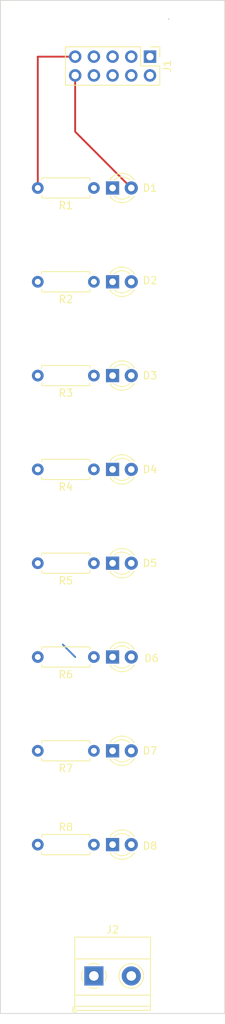
<source format=kicad_pcb>
(kicad_pcb (version 20221018) (generator pcbnew)
  (layers (0 "F.Cu" signal) (31 "B.Cu" signal) (34 "B.Paste" user) (35 "F.Paste" user) (36 "B.SilkS" user "B.Silkscreen") (37 "F.SilkS" user "F.Silkscreen") (38 "B.Mask" user) (39 "F.Mask" user) (44 "Edge.Cuts" user))
  (net 0 "")
  (net 1 "Net-(D1-K)")
  (net 2 "Net-(D2-K)")
  (net 3 "Net-(D3-K)")
  (net 4 "Net-(D4-K)")
  (net 5 "Net-(D5-K)")
  (net 6 "Net-(D6-K)")
  (net 7 "Net-(D7-K)")
  (net 8 "Net-(D8-K)")
  (net 10 "Net-(J1-Pin_9)")
  (net 11 "sw1")
  (net 12 "sw2")
  (net 13 "sw3")
  (net 14 "sw4")
  (net 15 "sw5")
  (net 16 "sw6")
  (net 17 "sw7")
  (net 18 "sw8")
  (footprint "LED_THT:LED_D3.0mm" (layer "F.Cu") (at 104.14 114.3)
    (fp_text reference "D5" (at 5.08 0) (layer "F.SilkS"))
    (fp_text value "LED")
    (fp_line (start -0.29 -1.236) (end -0.29 -1.08) (stroke (width 0.12)) (layer "F.SilkS"))
    (fp_line (start -0.29 1.08) (end -0.29 1.236) (stroke (width 0.12)) (layer "F.SilkS"))
    (fp_arc (start -0.29 -1.235516) (mid 1.366487 -1.987659) (end 2.942335 -1.078608) (stroke (width 0.12)) (layer "F.SilkS"))
    (fp_arc (start 0.229039 -1.08) (mid 1.270117 -1.5) (end 2.31113 -1.079837) (stroke (width 0.12)) (layer "F.SilkS"))
    (fp_arc (start 2.31113 1.079837) (mid 1.270117 1.5) (end 0.229039 1.08) (stroke (width 0.12)) (layer "F.SilkS"))
    (fp_arc (start 2.942335 1.078608) (mid 1.366487 1.987659) (end -0.29 1.235516) (stroke (width 0.12)) (layer "F.SilkS"))
    (pad "1" thru_hole rect (at 0 0) (size 1.8 1.8) (drill 0.9) (layers "*.Cu" "*.Mask") (net 5 "Net-(D5-K)"))
    (pad "2" thru_hole circle (at 2.54 0) (size 1.8 1.8) (drill 0.9) (layers "*.Cu" "*.Mask") (net 15 "sw5"))
  )
  (footprint "LED_THT:LED_D3.0mm" (layer "F.Cu") (at 104.14 76.2)
    (fp_text reference "D2" (at 5.08 -0.18) (layer "F.SilkS"))
    (fp_text value "LED")
    (fp_line (start -0.29 -1.236) (end -0.29 -1.08) (stroke (width 0.12)) (layer "F.SilkS"))
    (fp_line (start -0.29 1.08) (end -0.29 1.236) (stroke (width 0.12)) (layer "F.SilkS"))
    (fp_arc (start -0.29 -1.235516) (mid 1.366487 -1.987659) (end 2.942335 -1.078608) (stroke (width 0.12)) (layer "F.SilkS"))
    (fp_arc (start 0.229039 -1.08) (mid 1.270117 -1.5) (end 2.31113 -1.079837) (stroke (width 0.12)) (layer "F.SilkS"))
    (fp_arc (start 2.31113 1.079837) (mid 1.270117 1.5) (end 0.229039 1.08) (stroke (width 0.12)) (layer "F.SilkS"))
    (fp_arc (start 2.942335 1.078608) (mid 1.366487 1.987659) (end -0.29 1.235516) (stroke (width 0.12)) (layer "F.SilkS"))
    (pad "1" thru_hole rect (at 0 0) (size 1.8 1.8) (drill 0.9) (layers "*.Cu" "*.Mask") (net 2 "Net-(D2-K)"))
    (pad "2" thru_hole circle (at 2.54 0) (size 1.8 1.8) (drill 0.9) (layers "*.Cu" "*.Mask") (net 12 "sw2"))
  )
  (footprint "LED_THT:LED_D3.0mm" (layer "F.Cu") (at 104.14 101.6)
    (fp_text reference "D4" (at 5.08 0) (layer "F.SilkS"))
    (fp_text value "LED")
    (fp_line (start -0.29 -1.236) (end -0.29 -1.08) (stroke (width 0.12)) (layer "F.SilkS"))
    (fp_line (start -0.29 1.08) (end -0.29 1.236) (stroke (width 0.12)) (layer "F.SilkS"))
    (fp_arc (start -0.29 -1.235516) (mid 1.366487 -1.987659) (end 2.942335 -1.078608) (stroke (width 0.12)) (layer "F.SilkS"))
    (fp_arc (start 0.229039 -1.08) (mid 1.270117 -1.5) (end 2.31113 -1.079837) (stroke (width 0.12)) (layer "F.SilkS"))
    (fp_arc (start 2.31113 1.079837) (mid 1.270117 1.5) (end 0.229039 1.08) (stroke (width 0.12)) (layer "F.SilkS"))
    (fp_arc (start 2.942335 1.078608) (mid 1.366487 1.987659) (end -0.29 1.235516) (stroke (width 0.12)) (layer "F.SilkS"))
    (pad "1" thru_hole rect (at 0 0) (size 1.8 1.8) (drill 0.9) (layers "*.Cu" "*.Mask") (net 4 "Net-(D4-K)"))
    (pad "2" thru_hole circle (at 2.54 0) (size 1.8 1.8) (drill 0.9) (layers "*.Cu" "*.Mask") (net 14 "sw4"))
  )
  (footprint "LED_THT:LED_D3.0mm" (layer "F.Cu") (at 104.14 63.5)
    (fp_text reference "D1" (at 5.08 0) (layer "F.SilkS"))
    (fp_text value "LED")
    (fp_line (start -0.29 -1.236) (end -0.29 -1.08) (stroke (width 0.12)) (layer "F.SilkS"))
    (fp_line (start -0.29 1.08) (end -0.29 1.236) (stroke (width 0.12)) (layer "F.SilkS"))
    (fp_arc (start -0.29 -1.235516) (mid 1.366487 -1.987659) (end 2.942335 -1.078608) (stroke (width 0.12)) (layer "F.SilkS"))
    (fp_arc (start 0.229039 -1.08) (mid 1.270117 -1.5) (end 2.31113 -1.079837) (stroke (width 0.12)) (layer "F.SilkS"))
    (fp_arc (start 2.31113 1.079837) (mid 1.270117 1.5) (end 0.229039 1.08) (stroke (width 0.12)) (layer "F.SilkS"))
    (fp_arc (start 2.942335 1.078608) (mid 1.366487 1.987659) (end -0.29 1.235516) (stroke (width 0.12)) (layer "F.SilkS"))
    (pad "1" thru_hole rect (at 0 0) (size 1.8 1.8) (drill 0.9) (layers "*.Cu" "*.Mask") (net 1 "Net-(D1-K)"))
    (pad "2" thru_hole circle (at 2.54 0) (size 1.8 1.8) (drill 0.9) (layers "*.Cu" "*.Mask") (net 11 "sw1"))
  )
  (footprint "LED_THT:LED_D3.0mm" (layer "F.Cu") (at 104.14 152.4)
    (fp_text reference "D8" (at 5.08 0.18) (layer "F.SilkS"))
    (fp_text value "LED")
    (fp_line (start -0.29 -1.236) (end -0.29 -1.08) (stroke (width 0.12)) (layer "F.SilkS"))
    (fp_line (start -0.29 1.08) (end -0.29 1.236) (stroke (width 0.12)) (layer "F.SilkS"))
    (fp_arc (start -0.29 -1.235516) (mid 1.366487 -1.987659) (end 2.942335 -1.078608) (stroke (width 0.12)) (layer "F.SilkS"))
    (fp_arc (start 0.229039 -1.08) (mid 1.270117 -1.5) (end 2.31113 -1.079837) (stroke (width 0.12)) (layer "F.SilkS"))
    (fp_arc (start 2.31113 1.079837) (mid 1.270117 1.5) (end 0.229039 1.08) (stroke (width 0.12)) (layer "F.SilkS"))
    (fp_arc (start 2.942335 1.078608) (mid 1.366487 1.987659) (end -0.29 1.235516) (stroke (width 0.12)) (layer "F.SilkS"))
    (pad "1" thru_hole rect (at 0 0) (size 1.8 1.8) (drill 0.9) (layers "*.Cu" "*.Mask") (net 8 "Net-(D8-K)"))
    (pad "2" thru_hole circle (at 2.54 0) (size 1.8 1.8) (drill 0.9) (layers "*.Cu" "*.Mask") (net 18 "sw8"))
  )
  (footprint "Resistor_THT:R_Axial_DIN0207_L6.3mm_D2.5mm_P7.62mm_Horizontal" (layer "F.Cu") (at 101.6 76.2 180)
    (fp_text reference "R2" (at 3.81 -2.37) (layer "F.SilkS"))
    (fp_text value "5k5")
    (fp_line (start 0.54 -1.37) (end 7.08 -1.37) (stroke (width 0.12)) (layer "F.SilkS"))
    (fp_line (start 0.54 -1.04) (end 0.54 -1.37) (stroke (width 0.12)) (layer "F.SilkS"))
    (fp_line (start 0.54 1.04) (end 0.54 1.37) (stroke (width 0.12)) (layer "F.SilkS"))
    (fp_line (start 0.54 1.37) (end 7.08 1.37) (stroke (width 0.12)) (layer "F.SilkS"))
    (fp_line (start 7.08 -1.37) (end 7.08 -1.04) (stroke (width 0.12)) (layer "F.SilkS"))
    (fp_line (start 7.08 1.37) (end 7.08 1.04) (stroke (width 0.12)) (layer "F.SilkS"))
    (pad "1" thru_hole circle (at 0 0 180) (size 1.6 1.6) (drill 0.8) (layers "*.Cu" "*.Mask") (net 2 "Net-(D2-K)"))
    (pad "2" thru_hole oval (at 7.62 0 180) (size 1.6 1.6) (drill 0.8) (layers "*.Cu" "*.Mask") (net 10 "Net-(J1-Pin_9)"))
  )
  (footprint "Resistor_THT:R_Axial_DIN0207_L6.3mm_D2.5mm_P7.62mm_Horizontal" (layer "F.Cu") (at 101.6 139.7 180)
    (fp_text reference "R7" (at 3.81 -2.37) (layer "F.SilkS"))
    (fp_text value "5k5")
    (fp_line (start 0.54 -1.37) (end 7.08 -1.37) (stroke (width 0.12)) (layer "F.SilkS"))
    (fp_line (start 0.54 -1.04) (end 0.54 -1.37) (stroke (width 0.12)) (layer "F.SilkS"))
    (fp_line (start 0.54 1.04) (end 0.54 1.37) (stroke (width 0.12)) (layer "F.SilkS"))
    (fp_line (start 0.54 1.37) (end 7.08 1.37) (stroke (width 0.12)) (layer "F.SilkS"))
    (fp_line (start 7.08 -1.37) (end 7.08 -1.04) (stroke (width 0.12)) (layer "F.SilkS"))
    (fp_line (start 7.08 1.37) (end 7.08 1.04) (stroke (width 0.12)) (layer "F.SilkS"))
    (pad "1" thru_hole circle (at 0 0 180) (size 1.6 1.6) (drill 0.8) (layers "*.Cu" "*.Mask") (net 7 "Net-(D7-K)"))
    (pad "2" thru_hole oval (at 7.62 0 180) (size 1.6 1.6) (drill 0.8) (layers "*.Cu" "*.Mask") (net 10 "Net-(J1-Pin_9)"))
  )
  (footprint "LED_THT:LED_D3.0mm" (layer "F.Cu") (at 104.14 88.9)
    (fp_text reference "D3" (at 5.08 0) (layer "F.SilkS"))
    (fp_text value "LED")
    (fp_line (start -0.29 -1.236) (end -0.29 -1.08) (stroke (width 0.12)) (layer "F.SilkS"))
    (fp_line (start -0.29 1.08) (end -0.29 1.236) (stroke (width 0.12)) (layer "F.SilkS"))
    (fp_arc (start -0.29 -1.235516) (mid 1.366487 -1.987659) (end 2.942335 -1.078608) (stroke (width 0.12)) (layer "F.SilkS"))
    (fp_arc (start 0.229039 -1.08) (mid 1.270117 -1.5) (end 2.31113 -1.079837) (stroke (width 0.12)) (layer "F.SilkS"))
    (fp_arc (start 2.31113 1.079837) (mid 1.270117 1.5) (end 0.229039 1.08) (stroke (width 0.12)) (layer "F.SilkS"))
    (fp_arc (start 2.942335 1.078608) (mid 1.366487 1.987659) (end -0.29 1.235516) (stroke (width 0.12)) (layer "F.SilkS"))
    (pad "1" thru_hole rect (at 0 0) (size 1.8 1.8) (drill 0.9) (layers "*.Cu" "*.Mask") (net 3 "Net-(D3-K)"))
    (pad "2" thru_hole circle (at 2.54 0) (size 1.8 1.8) (drill 0.9) (layers "*.Cu" "*.Mask") (net 13 "sw3"))
  )
  (footprint "Connector_PinHeader_2.54mm:PinHeader_2x05_P2.54mm_Vertical" (layer "F.Cu") (at 109.22 45.72 -90)
    (fp_text reference "J1" (at 1.27 -2.33 -90) (layer "F.SilkS"))
    (fp_text value "Conn_02x05_Odd_Even")
    (fp_line (start -1.33 -1.33) (end 0 -1.33) (stroke (width 0.12)) (layer "F.SilkS"))
    (fp_line (start -1.33 0) (end -1.33 -1.33) (stroke (width 0.12)) (layer "F.SilkS"))
    (fp_line (start -1.33 1.27) (end -1.33 11.49) (stroke (width 0.12)) (layer "F.SilkS"))
    (fp_line (start -1.33 1.27) (end 1.27 1.27) (stroke (width 0.12)) (layer "F.SilkS"))
    (fp_line (start -1.33 11.49) (end 3.87 11.49) (stroke (width 0.12)) (layer "F.SilkS"))
    (fp_line (start 1.27 -1.33) (end 3.87 -1.33) (stroke (width 0.12)) (layer "F.SilkS"))
    (fp_line (start 1.27 1.27) (end 1.27 -1.33) (stroke (width 0.12)) (layer "F.SilkS"))
    (fp_line (start 3.87 -1.33) (end 3.87 11.49) (stroke (width 0.12)) (layer "F.SilkS"))
    (pad "1" thru_hole rect (at 0 0 270) (size 1.7 1.7) (drill 1) (layers "*.Cu" "*.Mask") (net 18 "sw8"))
    (pad "2" thru_hole oval (at 2.54 0 270) (size 1.7 1.7) (drill 1) (layers "*.Cu" "*.Mask"))
    (pad "3" thru_hole oval (at 0 2.54 270) (size 1.7 1.7) (drill 1) (layers "*.Cu" "*.Mask") (net 16 "sw6"))
    (pad "4" thru_hole oval (at 2.54 2.54 270) (size 1.7 1.7) (drill 1) (layers "*.Cu" "*.Mask") (net 17 "sw7"))
    (pad "5" thru_hole oval (at 0 5.08 270) (size 1.7 1.7) (drill 1) (layers "*.Cu" "*.Mask") (net 14 "sw4"))
    (pad "6" thru_hole oval (at 2.54 5.08 270) (size 1.7 1.7) (drill 1) (layers "*.Cu" "*.Mask") (net 15 "sw5"))
    (pad "7" thru_hole oval (at 0 7.62 270) (size 1.7 1.7) (drill 1) (layers "*.Cu" "*.Mask") (net 12 "sw2"))
    (pad "8" thru_hole oval (at 2.54 7.62 270) (size 1.7 1.7) (drill 1) (layers "*.Cu" "*.Mask") (net 13 "sw3"))
    (pad "9" thru_hole oval (at 0 10.16 270) (size 1.7 1.7) (drill 1) (layers "*.Cu" "*.Mask") (net 10 "Net-(J1-Pin_9)"))
    (pad "10" thru_hole oval (at 2.54 10.16 270) (size 1.7 1.7) (drill 1) (layers "*.Cu" "*.Mask") (net 11 "sw1"))
  )
  (footprint "LED_THT:LED_D3.0mm" (layer "F.Cu") (at 104.14 127)
    (fp_text reference "D6" (at 5.29 0.18) (layer "F.SilkS"))
    (fp_text value "LED")
    (fp_line (start -0.29 -1.236) (end -0.29 -1.08) (stroke (width 0.12)) (layer "F.SilkS"))
    (fp_line (start -0.29 1.08) (end -0.29 1.236) (stroke (width 0.12)) (layer "F.SilkS"))
    (fp_arc (start -0.29 -1.235516) (mid 1.366487 -1.987659) (end 2.942335 -1.078608) (stroke (width 0.12)) (layer "F.SilkS"))
    (fp_arc (start 0.229039 -1.08) (mid 1.270117 -1.5) (end 2.31113 -1.079837) (stroke (width 0.12)) (layer "F.SilkS"))
    (fp_arc (start 2.31113 1.079837) (mid 1.270117 1.5) (end 0.229039 1.08) (stroke (width 0.12)) (layer "F.SilkS"))
    (fp_arc (start 2.942335 1.078608) (mid 1.366487 1.987659) (end -0.29 1.235516) (stroke (width 0.12)) (layer "F.SilkS"))
    (pad "1" thru_hole rect (at 0 0) (size 1.8 1.8) (drill 0.9) (layers "*.Cu" "*.Mask") (net 6 "Net-(D6-K)"))
    (pad "2" thru_hole circle (at 2.54 0) (size 1.8 1.8) (drill 0.9) (layers "*.Cu" "*.Mask") (net 16 "sw6"))
  )
  (footprint "Resistor_THT:R_Axial_DIN0207_L6.3mm_D2.5mm_P7.62mm_Horizontal" (layer "F.Cu") (at 101.6 63.5 180)
    (fp_text reference "R1" (at 3.81 -2.37) (layer "F.SilkS"))
    (fp_text value "5k5")
    (fp_line (start 0.54 -1.37) (end 7.08 -1.37) (stroke (width 0.12)) (layer "F.SilkS"))
    (fp_line (start 0.54 -1.04) (end 0.54 -1.37) (stroke (width 0.12)) (layer "F.SilkS"))
    (fp_line (start 0.54 1.04) (end 0.54 1.37) (stroke (width 0.12)) (layer "F.SilkS"))
    (fp_line (start 0.54 1.37) (end 7.08 1.37) (stroke (width 0.12)) (layer "F.SilkS"))
    (fp_line (start 7.08 -1.37) (end 7.08 -1.04) (stroke (width 0.12)) (layer "F.SilkS"))
    (fp_line (start 7.08 1.37) (end 7.08 1.04) (stroke (width 0.12)) (layer "F.SilkS"))
    (pad "1" thru_hole circle (at 0 0 180) (size 1.6 1.6) (drill 0.8) (layers "*.Cu" "*.Mask") (net 1 "Net-(D1-K)"))
    (pad "2" thru_hole oval (at 7.62 0 180) (size 1.6 1.6) (drill 0.8) (layers "*.Cu" "*.Mask") (net 10 "Net-(J1-Pin_9)"))
  )
  (footprint "Resistor_THT:R_Axial_DIN0207_L6.3mm_D2.5mm_P7.62mm_Horizontal" (layer "F.Cu") (at 101.6 101.6 180)
    (fp_text reference "R4" (at 3.81 -2.37) (layer "F.SilkS"))
    (fp_text value "5k5")
    (fp_line (start 0.54 -1.37) (end 7.08 -1.37) (stroke (width 0.12)) (layer "F.SilkS"))
    (fp_line (start 0.54 -1.04) (end 0.54 -1.37) (stroke (width 0.12)) (layer "F.SilkS"))
    (fp_line (start 0.54 1.04) (end 0.54 1.37) (stroke (width 0.12)) (layer "F.SilkS"))
    (fp_line (start 0.54 1.37) (end 7.08 1.37) (stroke (width 0.12)) (layer "F.SilkS"))
    (fp_line (start 7.08 -1.37) (end 7.08 -1.04) (stroke (width 0.12)) (layer "F.SilkS"))
    (fp_line (start 7.08 1.37) (end 7.08 1.04) (stroke (width 0.12)) (layer "F.SilkS"))
    (pad "1" thru_hole circle (at 0 0 180) (size 1.6 1.6) (drill 0.8) (layers "*.Cu" "*.Mask") (net 4 "Net-(D4-K)"))
    (pad "2" thru_hole oval (at 7.62 0 180) (size 1.6 1.6) (drill 0.8) (layers "*.Cu" "*.Mask") (net 10 "Net-(J1-Pin_9)"))
  )
  (footprint "Resistor_THT:R_Axial_DIN0207_L6.3mm_D2.5mm_P7.62mm_Horizontal" (layer "F.Cu") (at 101.6 88.9 180)
    (fp_text reference "R3" (at 3.81 -2.37) (layer "F.SilkS"))
    (fp_text value "5k5")
    (fp_line (start 0.54 -1.37) (end 7.08 -1.37) (stroke (width 0.12)) (layer "F.SilkS"))
    (fp_line (start 0.54 -1.04) (end 0.54 -1.37) (stroke (width 0.12)) (layer "F.SilkS"))
    (fp_line (start 0.54 1.04) (end 0.54 1.37) (stroke (width 0.12)) (layer "F.SilkS"))
    (fp_line (start 0.54 1.37) (end 7.08 1.37) (stroke (width 0.12)) (layer "F.SilkS"))
    (fp_line (start 7.08 -1.37) (end 7.08 -1.04) (stroke (width 0.12)) (layer "F.SilkS"))
    (fp_line (start 7.08 1.37) (end 7.08 1.04) (stroke (width 0.12)) (layer "F.SilkS"))
    (pad "1" thru_hole circle (at 0 0 180) (size 1.6 1.6) (drill 0.8) (layers "*.Cu" "*.Mask") (net 3 "Net-(D3-K)"))
    (pad "2" thru_hole oval (at 7.62 0 180) (size 1.6 1.6) (drill 0.8) (layers "*.Cu" "*.Mask") (net 10 "Net-(J1-Pin_9)"))
  )
  (footprint "Resistor_THT:R_Axial_DIN0207_L6.3mm_D2.5mm_P7.62mm_Horizontal" (layer "F.Cu") (at 101.6 114.3 180)
    (fp_text reference "R5" (at 3.81 -2.37) (layer "F.SilkS"))
    (fp_text value "5k5")
    (fp_line (start 0.54 -1.37) (end 7.08 -1.37) (stroke (width 0.12)) (layer "F.SilkS"))
    (fp_line (start 0.54 -1.04) (end 0.54 -1.37) (stroke (width 0.12)) (layer "F.SilkS"))
    (fp_line (start 0.54 1.04) (end 0.54 1.37) (stroke (width 0.12)) (layer "F.SilkS"))
    (fp_line (start 0.54 1.37) (end 7.08 1.37) (stroke (width 0.12)) (layer "F.SilkS"))
    (fp_line (start 7.08 -1.37) (end 7.08 -1.04) (stroke (width 0.12)) (layer "F.SilkS"))
    (fp_line (start 7.08 1.37) (end 7.08 1.04) (stroke (width 0.12)) (layer "F.SilkS"))
    (pad "1" thru_hole circle (at 0 0 180) (size 1.6 1.6) (drill 0.8) (layers "*.Cu" "*.Mask") (net 5 "Net-(D5-K)"))
    (pad "2" thru_hole oval (at 7.62 0 180) (size 1.6 1.6) (drill 0.8) (layers "*.Cu" "*.Mask") (net 10 "Net-(J1-Pin_9)"))
  )
  (footprint "Resistor_THT:R_Axial_DIN0207_L6.3mm_D2.5mm_P7.62mm_Horizontal" (layer "F.Cu") (at 101.6 127 180)
    (fp_text reference "R6" (at 3.81 -2.37) (layer "F.SilkS"))
    (fp_text value "5k5")
    (fp_line (start 0.54 -1.37) (end 7.08 -1.37) (stroke (width 0.12)) (layer "F.SilkS"))
    (fp_line (start 0.54 -1.04) (end 0.54 -1.37) (stroke (width 0.12)) (layer "F.SilkS"))
    (fp_line (start 0.54 1.04) (end 0.54 1.37) (stroke (width 0.12)) (layer "F.SilkS"))
    (fp_line (start 0.54 1.37) (end 7.08 1.37) (stroke (width 0.12)) (layer "F.SilkS"))
    (fp_line (start 7.08 -1.37) (end 7.08 -1.04) (stroke (width 0.12)) (layer "F.SilkS"))
    (fp_line (start 7.08 1.37) (end 7.08 1.04) (stroke (width 0.12)) (layer "F.SilkS"))
    (pad "1" thru_hole circle (at 0 0 180) (size 1.6 1.6) (drill 0.8) (layers "*.Cu" "*.Mask") (net 6 "Net-(D6-K)"))
    (pad "2" thru_hole oval (at 7.62 0 180) (size 1.6 1.6) (drill 0.8) (layers "*.Cu" "*.Mask") (net 10 "Net-(J1-Pin_9)"))
  )
  (footprint "Resistor_THT:R_Axial_DIN0207_L6.3mm_D2.5mm_P7.62mm_Horizontal" (layer "F.Cu") (at 93.98 152.4)
    (fp_text reference "R8" (at 3.81 -2.37) (layer "F.SilkS"))
    (fp_text value "5k5")
    (fp_line (start 0.54 -1.37) (end 7.08 -1.37) (stroke (width 0.12)) (layer "F.SilkS"))
    (fp_line (start 0.54 -1.04) (end 0.54 -1.37) (stroke (width 0.12)) (layer "F.SilkS"))
    (fp_line (start 0.54 1.04) (end 0.54 1.37) (stroke (width 0.12)) (layer "F.SilkS"))
    (fp_line (start 0.54 1.37) (end 7.08 1.37) (stroke (width 0.12)) (layer "F.SilkS"))
    (fp_line (start 7.08 -1.37) (end 7.08 -1.04) (stroke (width 0.12)) (layer "F.SilkS"))
    (fp_line (start 7.08 1.37) (end 7.08 1.04) (stroke (width 0.12)) (layer "F.SilkS"))
    (pad "1" thru_hole circle (at 0 0) (size 1.6 1.6) (drill 0.8) (layers "*.Cu" "*.Mask") (net 8 "Net-(D8-K)"))
    (pad "2" thru_hole oval (at 7.62 0) (size 1.6 1.6) (drill 0.8) (layers "*.Cu" "*.Mask") (net 10 "Net-(J1-Pin_9)"))
  )
  (footprint "LED_THT:LED_D3.0mm" (layer "F.Cu") (at 104.14 139.7)
    (fp_text reference "D7" (at 5.08 0) (layer "F.SilkS"))
    (fp_text value "LED")
    (fp_line (start -0.29 -1.236) (end -0.29 -1.08) (stroke (width 0.12)) (layer "F.SilkS"))
    (fp_line (start -0.29 1.08) (end -0.29 1.236) (stroke (width 0.12)) (layer "F.SilkS"))
    (fp_arc (start -0.29 -1.235516) (mid 1.366487 -1.987659) (end 2.942335 -1.078608) (stroke (width 0.12)) (layer "F.SilkS"))
    (fp_arc (start 0.229039 -1.08) (mid 1.270117 -1.5) (end 2.31113 -1.079837) (stroke (width 0.12)) (layer "F.SilkS"))
    (fp_arc (start 2.31113 1.079837) (mid 1.270117 1.5) (end 0.229039 1.08) (stroke (width 0.12)) (layer "F.SilkS"))
    (fp_arc (start 2.942335 1.078608) (mid 1.366487 1.987659) (end -0.29 1.235516) (stroke (width 0.12)) (layer "F.SilkS"))
    (pad "1" thru_hole rect (at 0 0) (size 1.8 1.8) (drill 0.9) (layers "*.Cu" "*.Mask") (net 7 "Net-(D7-K)"))
    (pad "2" thru_hole circle (at 2.54 0) (size 1.8 1.8) (drill 0.9) (layers "*.Cu" "*.Mask") (net 17 "sw7"))
  )
  (footprint "TerminalBlock_Phoenix:TerminalBlock_Phoenix_MKDS-1,5-2-5.08_1x02_P5.08mm_Horizontal" (layer "F.Cu") (at 101.6 170.18)
    (fp_text reference "J2" (at 2.54 -6.26) (layer "F.SilkS"))
    (fp_text value "Screw_Terminal_01x02")
    (fp_line (start -2.84 4.16) (end -2.84 4.9) (stroke (width 0.12)) (layer "F.SilkS"))
    (fp_line (start -2.84 4.9) (end -2.34 4.9) (stroke (width 0.12)) (layer "F.SilkS"))
    (fp_line (start -2.6 -5.261) (end -2.6 4.66) (stroke (width 0.12)) (layer "F.SilkS"))
    (fp_line (start -2.6 -5.261) (end 7.68 -5.261) (stroke (width 0.12)) (layer "F.SilkS"))
    (fp_line (start -2.6 -2.301) (end 7.68 -2.301) (stroke (width 0.12)) (layer "F.SilkS"))
    (fp_line (start -2.6 2.6) (end 7.68 2.6) (stroke (width 0.12)) (layer "F.SilkS"))
    (fp_line (start -2.6 4.1) (end 7.68 4.1) (stroke (width 0.12)) (layer "F.SilkS"))
    (fp_line (start -2.6 4.66) (end 7.68 4.66) (stroke (width 0.12)) (layer "F.SilkS"))
    (fp_line (start 3.853 1.023) (end 3.806 1.069) (stroke (width 0.12)) (layer "F.SilkS"))
    (fp_line (start 4.046 1.239) (end 4.011 1.274) (stroke (width 0.12)) (layer "F.SilkS"))
    (fp_line (start 6.15 -1.275) (end 6.115 -1.239) (stroke (width 0.12)) (layer "F.SilkS"))
    (fp_line (start 6.355 -1.069) (end 6.308 -1.023) (stroke (width 0.12)) (layer "F.SilkS"))
    (fp_line (start 7.68 -5.261) (end 7.68 4.66) (stroke (width 0.12)) (layer "F.SilkS"))
    (fp_arc (start -1.535427 0.683042) (mid -1.680501 -0.000524) (end -1.535 -0.684) (stroke (width 0.12)) (layer "F.SilkS"))
    (fp_arc (start -0.683042 -1.535427) (mid 0.000524 -1.680501) (end 0.684 -1.535) (stroke (width 0.12)) (layer "F.SilkS"))
    (fp_arc (start 0.028805 1.680253) (mid -0.335551 1.646659) (end -0.684 1.535) (stroke (width 0.12)) (layer "F.SilkS"))
    (fp_arc (start 0.683318 1.534756) (mid 0.349292 1.643288) (end 0 1.68) (stroke (width 0.12)) (layer "F.SilkS"))
    (fp_arc (start 1.535427 -0.683042) (mid 1.680501 0.000524) (end 1.535 0.684) (stroke (width 0.12)) (layer "F.SilkS"))
    (fp_circle (center 5.08 0) (end 6.76 0) (stroke (width 0.12)) (fill none) (layer "F.SilkS"))
    (pad "1" thru_hole rect (at 0 0) (size 2.6 2.6) (drill 1.3) (layers "*.Cu" "*.Mask"))
    (pad "2" thru_hole circle (at 5.08 0) (size 2.6 2.6) (drill 1.3) (layers "*.Cu" "*.Mask") (net 10 "Net-(J1-Pin_9)"))
  )
  (gr_rect (start 88.9 38.1) (end 119.38 175.26) (stroke (width 0.1)) (fill none) (layer "Edge.Cuts"))
  (gr_circle (center 111.76 40.64) (end 111.76 40.64) (stroke (width 0.1)) (fill none) (layer "Edge.Cuts"))
  (segment (start 99.06 127) (end 97.385 125.325) (width 0.25) (layer "B.Cu") (net 0))
  (segment (start 93.98 45.72) (end 93.98 63.5) (width 0.25) (layer "F.Cu") (net 10))
  (segment (start 99.06 45.72) (end 93.98 45.72) (width 0.25) (layer "F.Cu") (net 10))
  (segment (start 99.06 48.26) (end 99.06 55.88) (width 0.25) (layer "F.Cu") (net 11))
  (segment (start 99.06 55.88) (end 106.68 63.5) (width 0.25) (layer "F.Cu") (net 11))
)
</source>
